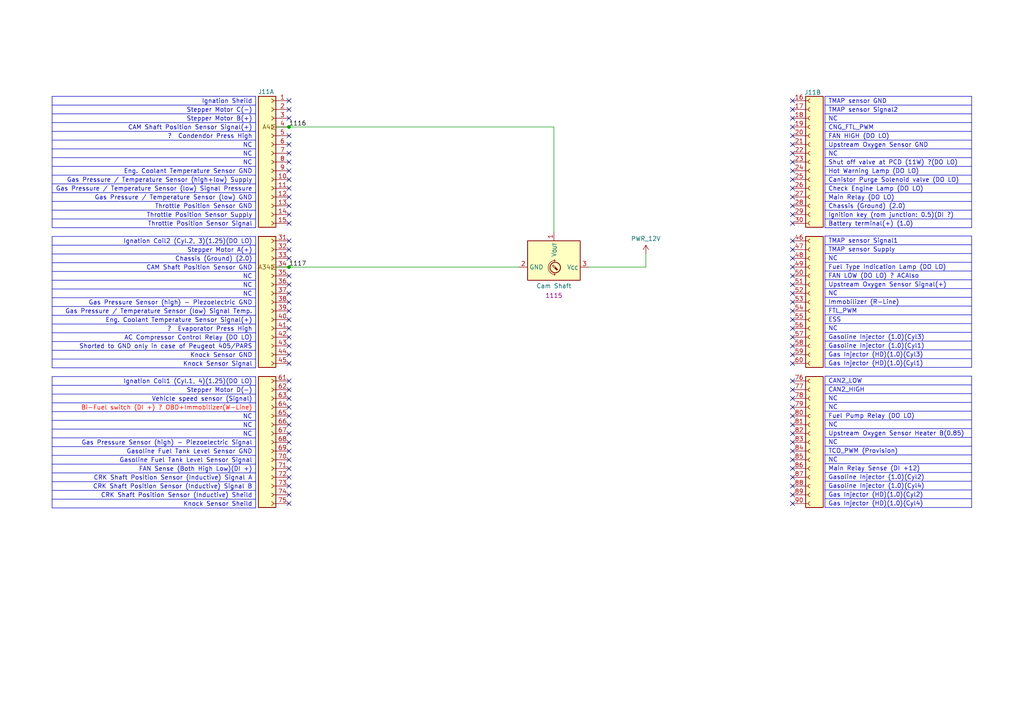
<source format=kicad_sch>
(kicad_sch (version 20250114) (generator "eeschema") (generator_version "9.0")
  (paper "A4")
  (lib_symbols
    (symbol "Sensor_Magnetic:A1301xUA"
      (property "Value" "Cam Shaft" (at -8.001 0.0001 90))
      (property "Unit Tag" "1115" (at -10.795 0 90))
      (symbol "A1301xUA_0_1"
        (rectangle (start -6.35 7.62) (end 5.08 -7.62) (stroke (width 0.254)) (fill (type background)))
        (polyline (pts (xy -4.699 0.381) (xy -4.953 0.127)))
        (polyline (pts (xy -4.699 0.381) (xy -4.445 0.127)))
        (polyline (pts (xy -3.4544 0.8382) (xy -2.8702 0.254) (xy -2.6162 0.508) (xy -3.2004 1.0922) (xy -3.4544 0.8382)) (fill (type outline)))
        (arc (start -0.635 0.381) (mid -2.667 -1.651) (end -4.699 0.381))
        (polyline (pts (xy -0.635 0.381) (xy -0.889 0.127)))
        (polyline (pts (xy -0.635 0.381) (xy -0.381 0.127)))
      )
      (symbol "A1301xUA_1_1"
        (circle (center -2.667 0.381) (radius 1.524) (stroke (width 0.254)))
        (polyline (pts (xy -2.6162 0.508) (xy -1.9304 -0.1778) (xy -2.1844 -0.4318) (xy -2.8702 0.254)))
        (pin power_in line (at -2.54 10.16 270) (length 2.54) (name "V_{CC}") (number "3"))
        (pin power_in line (at -2.54 -10.16 90) (length 2.54) (name "GND") (number "2"))
        (pin output line (at 7.62 0 180) (length 2.54) (name "V_{OUT}") (number "1"))
      )
    )
    (symbol "fab:PWR_12V" (power) (pin_names (offset 0))
      (property "Value" "PWR_12V" (at 0 3.556 0))
      (symbol "PWR_12V_0_1"
        (polyline (pts (xy -0.762 1.27) (xy 0 2.54)))
        (polyline (pts (xy 0 2.54) (xy 0.762 1.27)))
        (polyline (pts (xy 0 0) (xy 0 2.54)))
      )
      (symbol "PWR_12V_1_1"
        (pin power_in line (at 0 0 90) (length 0) (hide yes) (name "PWR_12V") (number "1"))
      )
    )
    (symbol "sicma_socket:Conn_01x90_3Row_Socket" (pin_names (offset 1.016) (hide yes))
      (property "Reference" "J" (at 1.524 60.833 0))
      (property "Value" "Conn_01x90_3Row_Socket" (at 1.397 -61.214 0))
      (symbol "Conn_01x90_3Row_Socket_1_1"
        (rectangle (start -0.508 59.69) (end 4.572 21.717) (stroke (width 0.254)) (fill (type background)))
        (polyline (pts (xy -0.508 58.42) (xy 0.254 58.42)) (stroke (width 0.1524)))
        (polyline (pts (xy -0.508 55.88) (xy 0.254 55.88)) (stroke (width 0.1524)))
        (polyline (pts (xy -0.508 53.34) (xy 0.254 53.34)) (stroke (width 0.1524)))
        (polyline (pts (xy -0.508 50.8) (xy 0.254 50.8)) (stroke (width 0.1524)))
        (polyline (pts (xy -0.508 48.26) (xy 0.254 48.26)) (stroke (width 0.1524)))
        (polyline (pts (xy -0.508 45.72) (xy 0.254 45.72)) (stroke (width 0.1524)))
        (polyline (pts (xy -0.508 43.18) (xy 0.254 43.18)) (stroke (width 0.1524)))
        (polyline (pts (xy -0.508 40.64) (xy 0.254 40.64)) (stroke (width 0.1524)))
        (polyline (pts (xy -0.508 38.1) (xy 0.254 38.1)) (stroke (width 0.1524)))
        (polyline (pts (xy -0.508 35.56) (xy 0.254 35.56)) (stroke (width 0.1524)))
        (polyline (pts (xy -0.508 33.02) (xy 0.254 33.02)) (stroke (width 0.1524)))
        (polyline (pts (xy -0.508 30.48) (xy 0.254 30.48)) (stroke (width 0.1524)))
        (polyline (pts (xy -0.508 27.94) (xy 0.254 27.94)) (stroke (width 0.1524)))
        (polyline (pts (xy -0.508 25.4) (xy 0.254 25.4)) (stroke (width 0.1524)))
        (polyline (pts (xy -0.508 22.86) (xy 0.254 22.86)) (stroke (width 0.1524)))
        (rectangle (start -0.508 19.05) (end 4.572 -18.923) (stroke (width 0.254)) (fill (type background)))
        (polyline (pts (xy -0.508 17.78) (xy 0.254 17.78)) (stroke (width 0.1524)))
        (polyline (pts (xy -0.508 15.24) (xy 0.254 15.24)) (stroke (width 0.1524)))
        (polyline (pts (xy -0.508 12.7) (xy 0.254 12.7)) (stroke (width 0.1524)))
        (polyline (pts (xy -0.508 10.16) (xy 0.254 10.16)) (stroke (width 0.1524)))
        (polyline (pts (xy -0.508 7.62) (xy 0.254 7.62)) (stroke (width 0.1524)))
        (polyline (pts (xy -0.508 5.08) (xy 0.254 5.08)) (stroke (width 0.1524)))
        (polyline (pts (xy -0.508 2.54) (xy 0.254 2.54)) (stroke (width 0.1524)))
        (polyline (pts (xy -0.508 0) (xy 0.254 0)) (stroke (width 0.1524)))
        (polyline (pts (xy -0.508 -2.54) (xy 0.254 -2.54)) (stroke (width 0.1524)))
        (polyline (pts (xy -0.508 -5.08) (xy 0.254 -5.08)) (stroke (width 0.1524)))
        (polyline (pts (xy -0.508 -7.62) (xy 0.254 -7.62)) (stroke (width 0.1524)))
        (polyline (pts (xy -0.508 -10.16) (xy 0.254 -10.16)) (stroke (width 0.1524)))
        (polyline (pts (xy -0.508 -12.7) (xy 0.254 -12.7)) (stroke (width 0.1524)))
        (polyline (pts (xy -0.508 -15.24) (xy 0.254 -15.24)) (stroke (width 0.1524)))
        (polyline (pts (xy -0.508 -17.78) (xy 0.254 -17.78)) (stroke (width 0.1524)))
        (rectangle (start -0.508 -21.59) (end 4.572 -59.563) (stroke (width 0.254)) (fill (type background)))
        (polyline (pts (xy -0.508 -22.86) (xy 0.254 -22.86)) (stroke (width 0.1524)))
        (polyline (pts (xy -0.508 -25.4) (xy 0.254 -25.4)) (stroke (width 0.1524)))
        (polyline (pts (xy -0.508 -27.94) (xy 0.254 -27.94)) (stroke (width 0.1524)))
        (polyline (pts (xy -0.508 -30.48) (xy 0.254 -30.48)) (stroke (width 0.1524)))
        (polyline (pts (xy -0.508 -33.02) (xy 0.254 -33.02)) (stroke (width 0.1524)))
        (polyline (pts (xy -0.508 -35.56) (xy 0.254 -35.56)) (stroke (width 0.1524)))
        (polyline (pts (xy -0.508 -38.1) (xy 0.254 -38.1)) (stroke (width 0.1524)))
        (polyline (pts (xy -0.508 -40.64) (xy 0.254 -40.64)) (stroke (width 0.1524)))
        (polyline (pts (xy -0.508 -43.18) (xy 0.254 -43.18)) (stroke (width 0.1524)))
        (polyline (pts (xy -0.508 -45.72) (xy 0.254 -45.72)) (stroke (width 0.1524)))
        (polyline (pts (xy -0.508 -48.26) (xy 0.254 -48.26)) (stroke (width 0.1524)))
        (polyline (pts (xy -0.508 -50.8) (xy 0.254 -50.8)) (stroke (width 0.1524)))
        (polyline (pts (xy -0.508 -53.34) (xy 0.254 -53.34)) (stroke (width 0.1524)))
        (polyline (pts (xy -0.508 -55.88) (xy 0.254 -55.88)) (stroke (width 0.1524)))
        (polyline (pts (xy -0.508 -58.42) (xy 0.254 -58.42)) (stroke (width 0.1524)))
        (arc (start 0.762 57.912) (mid 0.2562 58.42) (end 0.762 58.928) (stroke (width 0.1524)))
        (arc (start 0.762 55.372) (mid 0.2562 55.88) (end 0.762 56.388) (stroke (width 0.1524)))
        (arc (start 0.762 52.832) (mid 0.2562 53.34) (end 0.762 53.848) (stroke (width 0.1524)))
        (arc (start 0.762 50.292) (mid 0.2562 50.8) (end 0.762 51.308) (stroke (width 0.1524)))
        (arc (start 0.762 47.752) (mid 0.2562 48.26) (end 0.762 48.768) (stroke (width 0.1524)))
        (arc (start 0.762 45.212) (mid 0.2562 45.72) (end 0.762 46.228) (stroke (width 0.1524)))
        (arc (start 0.762 42.672) (mid 0.2562 43.18) (end 0.762 43.688) (stroke (width 0.1524)))
        (arc (start 0.762 40.132) (mid 0.2562 40.64) (end 0.762 41.148) (stroke (width 0.1524)))
        (arc (start 0.762 37.592) (mid 0.2562 38.1) (end 0.762 38.608) (stroke (width 0.1524)))
        (arc (start 0.762 35.052) (mid 0.2562 35.56) (end 0.762 36.068) (stroke (width 0.1524)))
        (arc (start 0.762 32.512) (mid 0.2562 33.02) (end 0.762 33.528) (stroke (width 0.1524)))
        (arc (start 0.762 29.972) (mid 0.2562 30.48) (end 0.762 30.988) (stroke (width 0.1524)))
        (arc (start 0.762 27.432) (mid 0.2562 27.94) (end 0.762 28.448) (stroke (width 0.1524)))
        (arc (start 0.762 24.892) (mid 0.2562 25.4) (end 0.762 25.908) (stroke (width 0.1524)))
        (arc (start 0.762 22.352) (mid 0.2562 22.86) (end 0.762 23.368) (stroke (width 0.1524)))
        (arc (start 0.762 17.272) (mid 0.2562 17.78) (end 0.762 18.288) (stroke (width 0.1524)))
        (arc (start 0.762 14.732) (mid 0.2562 15.24) (end 0.762 15.748) (stroke (width 0.1524)))
        (arc (start 0.762 12.192) (mid 0.2562 12.7) (end 0.762 13.208) (stroke (width 0.1524)))
        (arc (start 0.762 9.652) (mid 0.2562 10.16) (end 0.762 10.668) (stroke (width 0.1524)))
        (arc (start 0.762 7.112) (mid 0.2562 7.62) (end 0.762 8.128) (stroke (width 0.1524)))
        (arc (start 0.762 4.572) (mid 0.2562 5.08) (end 0.762 5.588) (stroke (width 0.1524)))
        (arc (start 0.762 2.032) (mid 0.2562 2.54) (end 0.762 3.048) (stroke (width 0.1524)))
        (arc (start 0.762 -0.508) (mid 0.2562 0) (end 0.762 0.508) (stroke (width 0.1524)))
        (arc (start 0.762 -3.048) (mid 0.2562 -2.54) (end 0.762 -2.032) (stroke (width 0.1524)))
        (arc (start 0.762 -5.588) (mid 0.2562 -5.08) (end 0.762 -4.572) (stroke (width 0.1524)))
        (arc (start 0.762 -8.128) (mid 0.2562 -7.62) (end 0.762 -7.112) (stroke (width 0.1524)))
        (arc (start 0.762 -10.668) (mid 0.2562 -10.16) (end 0.762 -9.652) (stroke (width 0.1524)))
        (arc (start 0.762 -13.208) (mid 0.2562 -12.7) (end 0.762 -12.192) (stroke (width 0.1524)))
        (arc (start 0.762 -15.748) (mid 0.2562 -15.24) (end 0.762 -14.732) (stroke (width 0.1524)))
        (arc (start 0.762 -18.288) (mid 0.2562 -17.78) (end 0.762 -17.272) (stroke (width 0.1524)))
        (arc (start 0.762 -23.368) (mid 0.2562 -22.86) (end 0.762 -22.352) (stroke (width 0.1524)))
        (arc (start 0.762 -25.908) (mid 0.2562 -25.4) (end 0.762 -24.892) (stroke (width 0.1524)))
        (arc (start 0.762 -28.448) (mid 0.2562 -27.94) (end 0.762 -27.432) (stroke (width 0.1524)))
        (arc (start 0.762 -30.988) (mid 0.2562 -30.48) (end 0.762 -29.972) (stroke (width 0.1524)))
        (arc (start 0.762 -33.528) (mid 0.2562 -33.02) (end 0.762 -32.512) (stroke (width 0.1524)))
        (arc (start 0.762 -36.068) (mid 0.2562 -35.56) (end 0.762 -35.052) (stroke (width 0.1524)))
        (arc (start 0.762 -38.608) (mid 0.2562 -38.1) (end 0.762 -37.592) (stroke (width 0.1524)))
        (arc (start 0.762 -41.148) (mid 0.2562 -40.64) (end 0.762 -40.132) (stroke (width 0.1524)))
        (arc (start 0.762 -43.688) (mid 0.2562 -43.18) (end 0.762 -42.672) (stroke (width 0.1524)))
        (arc (start 0.762 -46.228) (mid 0.2562 -45.72) (end 0.762 -45.212) (stroke (width 0.1524)))
        (arc (start 0.762 -48.768) (mid 0.2562 -48.26) (end 0.762 -47.752) (stroke (width 0.1524)))
        (arc (start 0.762 -51.308) (mid 0.2562 -50.8) (end 0.762 -50.292) (stroke (width 0.1524)))
        (arc (start 0.762 -53.848) (mid 0.2562 -53.34) (end 0.762 -52.832) (stroke (width 0.1524)))
        (arc (start 0.762 -56.388) (mid 0.2562 -55.88) (end 0.762 -55.372) (stroke (width 0.1524)))
        (arc (start 0.762 -58.928) (mid 0.2562 -58.42) (end 0.762 -57.912) (stroke (width 0.1524)))
        (pin passive line (at -4.318 58.42 0) (length 3.81) (name "A1") (number "1"))
        (pin passive line (at -4.318 55.88 0) (length 3.81) (name "A2") (number "2"))
        (pin passive line (at -4.318 53.34 0) (length 3.81) (name "A3") (number "3"))
        (pin passive line (at -4.318 50.8 0) (length 3.81) (name "A4") (number "4"))
        (pin passive line (at -4.318 48.26 0) (length 3.81) (name "A5") (number "5"))
        (pin passive line (at -4.318 45.72 0) (length 3.81) (name "A6") (number "6"))
        (pin passive line (at -4.318 43.18 0) (length 3.81) (name "A7") (number "7"))
        (pin passive line (at -4.318 40.64 0) (length 3.81) (name "A8") (number "8"))
        (pin passive line (at -4.318 38.1 0) (length 3.81) (name "A9") (number "9"))
        (pin passive line (at -4.318 35.56 0) (length 3.81) (name "A10") (number "10"))
        (pin passive line (at -4.318 33.02 0) (length 3.81) (name "A11") (number "11"))
        (pin passive line (at -4.318 30.48 0) (length 3.81) (name "A12") (number "12"))
        (pin passive line (at -4.318 27.94 0) (length 3.81) (name "A13") (number "13"))
        (pin passive line (at -4.318 25.4 0) (length 3.81) (name "A14") (number "14"))
        (pin passive line (at -4.318 22.86 0) (length 3.81) (name "A15") (number "15"))
        (pin passive line (at -4.318 17.78 0) (length 3.81) (name "A31") (number "31"))
        (pin passive line (at -4.318 15.24 0) (length 3.81) (name "A32") (number "32"))
        (pin passive line (at -4.318 12.7 0) (length 3.81) (name "A33") (number "33"))
        (pin passive line (at -4.318 10.16 0) (length 3.81) (name "A34") (number "34"))
        (pin passive line (at -4.318 7.62 0) (length 3.81) (name "A35") (number "35"))
        (pin passive line (at -4.318 5.08 0) (length 3.81) (name "A36") (number "36"))
        (pin passive line (at -4.318 2.54 0) (length 3.81) (name "A37") (number "37"))
        (pin passive line (at -4.318 0 0) (length 3.81) (name "A38") (number "38"))
        (pin passive line (at -4.318 -2.54 0) (length 3.81) (name "A39") (number "39"))
        (pin passive line (at -4.318 -5.08 0) (length 3.81) (name "A40") (number "40"))
        (pin passive line (at -4.318 -7.62 0) (length 3.81) (name "A41") (number "41"))
        (pin passive line (at -4.318 -10.16 0) (length 3.81) (name "A42") (number "42"))
        (pin passive line (at -4.318 -12.7 0) (length 3.81) (name "A43") (number "43"))
        (pin passive line (at -4.318 -15.24 0) (length 3.81) (name "A44") (number "44"))
        (pin passive line (at -4.318 -17.78 0) (length 3.81) (name "A45") (number "45"))
        (pin passive line (at -4.318 -22.86 0) (length 3.81) (name "A61") (number "61"))
        (pin passive line (at -4.318 -25.4 0) (length 3.81) (name "A62") (number "62"))
        (pin passive line (at -4.318 -27.94 0) (length 3.81) (name "A63") (number "63"))
        (pin passive line (at -4.318 -30.48 0) (length 3.81) (name "A64") (number "64"))
        (pin passive line (at -4.318 -33.02 0) (length 3.81) (name "A65") (number "65"))
        (pin passive line (at -4.318 -35.56 0) (length 3.81) (name "A66") (number "66"))
        (pin passive line (at -4.318 -38.1 0) (length 3.81) (name "A67") (number "67"))
        (pin passive line (at -4.318 -40.64 0) (length 3.81) (name "A68") (number "68"))
        (pin passive line (at -4.318 -43.18 0) (length 3.81) (name "A69") (number "69"))
        (pin passive line (at -4.318 -45.72 0) (length 3.81) (name "A70") (number "70"))
        (pin passive line (at -4.318 -48.26 0) (length 3.81) (name "A71") (number "71"))
        (pin passive line (at -4.318 -50.8 0) (length 3.81) (name "A72") (number "72"))
        (pin passive line (at -4.318 -53.34 0) (length 3.81) (name "A73") (number "73"))
        (pin passive line (at -4.318 -55.88 0) (length 3.81) (name "A74") (number "74"))
        (pin passive line (at -4.318 -58.42 0) (length 3.81) (name "A75") (number "75"))
      )
      (symbol "Conn_01x90_3Row_Socket_2_1"
        (rectangle (start -0.508 59.69) (end 4.572 21.717) (stroke (width 0.254)) (fill (type background)))
        (polyline (pts (xy -0.508 58.42) (xy 0.254 58.42)) (stroke (width 0.1524)))
        (polyline (pts (xy -0.508 55.88) (xy 0.254 55.88)) (stroke (width 0.1524)))
        (polyline (pts (xy -0.508 53.34) (xy 0.254 53.34)) (stroke (width 0.1524)))
        (polyline (pts (xy -0.508 50.8) (xy 0.254 50.8)) (stroke (width 0.1524)))
        (polyline (pts (xy -0.508 48.26) (xy 0.254 48.26)) (stroke (width 0.1524)))
        (polyline (pts (xy -0.508 45.72) (xy 0.254 45.72)) (stroke (width 0.1524)))
        (polyline (pts (xy -0.508 43.18) (xy 0.254 43.18)) (stroke (width 0.1524)))
        (polyline (pts (xy -0.508 40.64) (xy 0.254 40.64)) (stroke (width 0.1524)))
        (polyline (pts (xy -0.508 38.1) (xy 0.254 38.1)) (stroke (width 0.1524)))
        (polyline (pts (xy -0.508 35.56) (xy 0.254 35.56)) (stroke (width 0.1524)))
        (polyline (pts (xy -0.508 33.02) (xy 0.254 33.02)) (stroke (width 0.1524)))
        (polyline (pts (xy -0.508 30.48) (xy 0.254 30.48)) (stroke (width 0.1524)))
        (polyline (pts (xy -0.508 27.94) (xy 0.254 27.94)) (stroke (width 0.1524)))
        (polyline (pts (xy -0.508 25.4) (xy 0.254 25.4)) (stroke (width 0.1524)))
        (polyline (pts (xy -0.508 22.86) (xy 0.254 22.86)) (stroke (width 0.1524)))
        (rectangle (start -0.508 19.05) (end 4.572 -18.923) (stroke (width 0.254)) (fill (type background)))
        (polyline (pts (xy -0.508 17.78) (xy 0.254 17.78)) (stroke (width 0.1524)))
        (polyline (pts (xy -0.508 15.24) (xy 0.254 15.24)) (stroke (width 0.1524)))
        (polyline (pts (xy -0.508 12.7) (xy 0.254 12.7)) (stroke (width 0.1524)))
        (polyline (pts (xy -0.508 10.16) (xy 0.254 10.16)) (stroke (width 0.1524)))
        (polyline (pts (xy -0.508 7.62) (xy 0.254 7.62)) (stroke (width 0.1524)))
        (polyline (pts (xy -0.508 5.08) (xy 0.254 5.08)) (stroke (width 0.1524)))
        (polyline (pts (xy -0.508 2.54) (xy 0.254 2.54)) (stroke (width 0.1524)))
        (polyline (pts (xy -0.508 0) (xy 0.254 0)) (stroke (width 0.1524)))
        (polyline (pts (xy -0.508 -2.54) (xy 0.254 -2.54)) (stroke (width 0.1524)))
        (polyline (pts (xy -0.508 -5.08) (xy 0.254 -5.08)) (stroke (width 0.1524)))
        (polyline (pts (xy -0.508 -7.62) (xy 0.254 -7.62)) (stroke (width 0.1524)))
        (polyline (pts (xy -0.508 -10.16) (xy 0.254 -10.16)) (stroke (width 0.1524)))
        (polyline (pts (xy -0.508 -12.7) (xy 0.254 -12.7)) (stroke (width 0.1524)))
        (polyline (pts (xy -0.508 -15.24) (xy 0.254 -15.24)) (stroke (width 0.1524)))
        (polyline (pts (xy -0.508 -17.78) (xy 0.254 -17.78)) (stroke (width 0.1524)))
        (rectangle (start -0.508 -21.59) (end 4.572 -59.563) (stroke (width 0.254)) (fill (type background)))
        (polyline (pts (xy -0.508 -22.86) (xy 0.254 -22.86)) (stroke (width 0.1524)))
        (polyline (pts (xy -0.508 -25.4) (xy 0.254 -25.4)) (stroke (width 0.1524)))
        (polyline (pts (xy -0.508 -27.94) (xy 0.254 -27.94)) (stroke (width 0.1524)))
        (polyline (pts (xy -0.508 -30.48) (xy 0.254 -30.48)) (stroke (width 0.1524)))
        (polyline (pts (xy -0.508 -33.02) (xy 0.254 -33.02)) (stroke (width 0.1524)))
        (polyline (pts (xy -0.508 -35.56) (xy 0.254 -35.56)) (stroke (width 0.1524)))
        (polyline (pts (xy -0.508 -38.1) (xy 0.254 -38.1)) (stroke (width 0.1524)))
        (polyline (pts (xy -0.508 -40.64) (xy 0.254 -40.64)) (stroke (width 0.1524)))
        (polyline (pts (xy -0.508 -43.18) (xy 0.254 -43.18)) (stroke (width 0.1524)))
        (polyline (pts (xy -0.508 -45.72) (xy 0.254 -45.72)) (stroke (width 0.1524)))
        (polyline (pts (xy -0.508 -48.26) (xy 0.254 -48.26)) (stroke (width 0.1524)))
        (polyline (pts (xy -0.508 -50.8) (xy 0.254 -50.8)) (stroke (width 0.1524)))
        (polyline (pts (xy -0.508 -53.34) (xy 0.254 -53.34)) (stroke (width 0.1524)))
        (polyline (pts (xy -0.508 -55.88) (xy 0.254 -55.88)) (stroke (width 0.1524)))
        (polyline (pts (xy -0.508 -58.42) (xy 0.254 -58.42)) (stroke (width 0.1524)))
        (arc (start 0.762 57.912) (mid 0.2562 58.42) (end 0.762 58.928) (stroke (width 0.1524)))
        (arc (start 0.762 55.372) (mid 0.2562 55.88) (end 0.762 56.388) (stroke (width 0.1524)))
        (arc (start 0.762 52.832) (mid 0.2562 53.34) (end 0.762 53.848) (stroke (width 0.1524)))
        (arc (start 0.762 50.292) (mid 0.2562 50.8) (end 0.762 51.308) (stroke (width 0.1524)))
        (arc (start 0.762 47.752) (mid 0.2562 48.26) (end 0.762 48.768) (stroke (width 0.1524)))
        (arc (start 0.762 45.212) (mid 0.2562 45.72) (end 0.762 46.228) (stroke (width 0.1524)))
        (arc (start 0.762 42.672) (mid 0.2562 43.18) (end 0.762 43.688) (stroke (width 0.1524)))
        (arc (start 0.762 40.132) (mid 0.2562 40.64) (end 0.762 41.148) (stroke (width 0.1524)))
        (arc (start 0.762 37.592) (mid 0.2562 38.1) (end 0.762 38.608) (stroke (width 0.1524)))
        (arc (start 0.762 35.052) (mid 0.2562 35.56) (end 0.762 36.068) (stroke (width 0.1524)))
        (arc (start 0.762 32.512) (mid 0.2562 33.02) (end 0.762 33.528) (stroke (width 0.1524)))
        (arc (start 0.762 29.972) (mid 0.2562 30.48) (end 0.762 30.988) (stroke (width 0.1524)))
        (arc (start 0.762 27.432) (mid 0.2562 27.94) (end 0.762 28.448) (stroke (width 0.1524)))
        (arc (start 0.762 24.892) (mid 0.2562 25.4) (end 0.762 25.908) (stroke (width 0.1524)))
        (arc (start 0.762 22.352) (mid 0.2562 22.86) (end 0.762 23.368) (stroke (width 0.1524)))
        (arc (start 0.762 17.272) (mid 0.2562 17.78) (end 0.762 18.288) (stroke (width 0.1524)))
        (arc (start 0.762 14.732) (mid 0.2562 15.24) (end 0.762 15.748) (stroke (width 0.1524)))
        (arc (start 0.762 12.192) (mid 0.2562 12.7) (end 0.762 13.208) (stroke (width 0.1524)))
        (arc (start 0.762 9.652) (mid 0.2562 10.16) (end 0.762 10.668) (stroke (width 0.1524)))
        (arc (start 0.762 7.112) (mid 0.2562 7.62) (end 0.762 8.128) (stroke (width 0.1524)))
        (arc (start 0.762 4.572) (mid 0.2562 5.08) (end 0.762 5.588) (stroke (width 0.1524)))
        (arc (start 0.762 2.032) (mid 0.2562 2.54) (end 0.762 3.048) (stroke (width 0.1524)))
        (arc (start 0.762 -0.508) (mid 0.2562 0) (end 0.762 0.508) (stroke (width 0.1524)))
        (arc (start 0.762 -3.048) (mid 0.2562 -2.54) (end 0.762 -2.032) (stroke (width 0.1524)))
        (arc (start 0.762 -5.588) (mid 0.2562 -5.08) (end 0.762 -4.572) (stroke (width 0.1524)))
        (arc (start 0.762 -8.128) (mid 0.2562 -7.62) (end 0.762 -7.112) (stroke (width 0.1524)))
        (arc (start 0.762 -10.668) (mid 0.2562 -10.16) (end 0.762 -9.652) (stroke (width 0.1524)))
        (arc (start 0.762 -13.208) (mid 0.2562 -12.7) (end 0.762 -12.192) (stroke (width 0.1524)))
        (arc (start 0.762 -15.748) (mid 0.2562 -15.24) (end 0.762 -14.732) (stroke (width 0.1524)))
        (arc (start 0.762 -18.288) (mid 0.2562 -17.78) (end 0.762 -17.272) (stroke (width 0.1524)))
        (arc (start 0.762 -23.368) (mid 0.2562 -22.86) (end 0.762 -22.352) (stroke (width 0.1524)))
        (arc (start 0.762 -25.908) (mid 0.2562 -25.4) (end 0.762 -24.892) (stroke (width 0.1524)))
        (arc (start 0.762 -28.448) (mid 0.2562 -27.94) (end 0.762 -27.432) (stroke (width 0.1524)))
        (arc (start 0.762 -30.988) (mid 0.2562 -30.48) (end 0.762 -29.972) (stroke (width 0.1524)))
        (arc (start 0.762 -33.528) (mid 0.2562 -33.02) (end 0.762 -32.512) (stroke (width 0.1524)))
        (arc (start 0.762 -36.068) (mid 0.2562 -35.56) (end 0.762 -35.052) (stroke (width 0.1524)))
        (arc (start 0.762 -38.608) (mid 0.2562 -38.1) (end 0.762 -37.592) (stroke (width 0.1524)))
        (arc (start 0.762 -41.148) (mid 0.2562 -40.64) (end 0.762 -40.132) (stroke (width 0.1524)))
        (arc (start 0.762 -43.688) (mid 0.2562 -43.18) (end 0.762 -42.672) (stroke (width 0.1524)))
        (arc (start 0.762 -46.228) (mid 0.2562 -45.72) (end 0.762 -45.212) (stroke (width 0.1524)))
        (arc (start 0.762 -48.768) (mid 0.2562 -48.26) (end 0.762 -47.752) (stroke (width 0.1524)))
        (arc (start 0.762 -51.308) (mid 0.2562 -50.8) (end 0.762 -50.292) (stroke (width 0.1524)))
        (arc (start 0.762 -53.848) (mid 0.2562 -53.34) (end 0.762 -52.832) (stroke (width 0.1524)))
        (arc (start 0.762 -56.388) (mid 0.2562 -55.88) (end 0.762 -55.372) (stroke (width 0.1524)))
        (arc (start 0.762 -58.928) (mid 0.2562 -58.42) (end 0.762 -57.912) (stroke (width 0.1524)))
        (pin passive line (at -4.318 58.42 0) (length 3.81) (name "B16") (number "16"))
        (pin passive line (at -4.318 55.88 0) (length 3.81) (name "B17") (number "17"))
        (pin passive line (at -4.318 53.34 0) (length 3.81) (name "B18") (number "18"))
        (pin passive line (at -4.318 50.8 0) (length 3.81) (name "B19") (number "19"))
        (pin passive line (at -4.318 48.26 0) (length 3.81) (name "B20") (number "20"))
        (pin passive line (at -4.318 45.72 0) (length 3.81) (name "B21") (number "21"))
        (pin passive line (at -4.318 43.18 0) (length 3.81) (name "B22") (number "22"))
        (pin passive line (at -4.318 40.64 0) (length 3.81) (name "B23") (number "23"))
        (pin passive line (at -4.318 38.1 0) (length 3.81) (name "B24") (number "24"))
        (pin passive line (at -4.318 35.56 0) (length 3.81) (name "B25") (number "25"))
        (pin passive line (at -4.318 33.02 0) (length 3.81) (name "B26") (number "26"))
        (pin passive line (at -4.318 30.48 0) (length 3.81) (name "B27") (number "27"))
        (pin passive line (at -4.318 27.94 0) (length 3.81) (name "B28") (number "28"))
        (pin passive line (at -4.318 25.4 0) (length 3.81) (name "B29") (number "29"))
        (pin passive line (at -4.318 22.86 0) (length 3.81) (name "B30") (number "30"))
        (pin passive line (at -4.318 17.78 0) (length 3.81) (name "B46") (number "46"))
        (pin passive line (at -4.318 15.24 0) (length 3.81) (name "B47") (number "47"))
        (pin passive line (at -4.318 12.7 0) (length 3.81) (name "B48") (number "48"))
        (pin passive line (at -4.318 10.16 0) (length 3.81) (name "B49") (number "49"))
        (pin passive line (at -4.318 7.62 0) (length 3.81) (name "B50") (number "50"))
        (pin passive line (at -4.318 5.08 0) (length 3.81) (name "B51") (number "51"))
        (pin passive line (at -4.318 2.54 0) (length 3.81) (name "B52") (number "52"))
        (pin passive line (at -4.318 0 0) (length 3.81) (name "B53") (number "53"))
        (pin passive line (at -4.318 -2.54 0) (length 3.81) (name "B54") (number "54"))
        (pin passive line (at -4.318 -5.08 0) (length 3.81) (name "B55") (number "55"))
        (pin passive line (at -4.318 -7.62 0) (length 3.81) (name "B56") (number "56"))
        (pin passive line (at -4.318 -10.16 0) (length 3.81) (name "B57") (number "57"))
        (pin passive line (at -4.318 -12.7 0) (length 3.81) (name "B58") (number "58"))
        (pin passive line (at -4.318 -15.24 0) (length 3.81) (name "B59") (number "59"))
        (pin passive line (at -4.318 -17.78 0) (length 3.81) (name "B60") (number "60"))
        (pin passive line (at -4.318 -22.86 0) (length 3.81) (name "B76") (number "76"))
        (pin passive line (at -4.318 -25.4 0) (length 3.81) (name "B77") (number "77"))
        (pin passive line (at -4.318 -27.94 0) (length 3.81) (name "B78") (number "78"))
        (pin passive line (at -4.318 -30.48 0) (length 3.81) (name "B79") (number "79"))
        (pin passive line (at -4.318 -33.02 0) (length 3.81) (name "B80") (number "80"))
        (pin passive line (at -4.318 -35.56 0) (length 3.81) (name "B81") (number "81"))
        (pin passive line (at -4.318 -38.1 0) (length 3.81) (name "B82") (number "82"))
        (pin passive line (at -4.318 -40.64 0) (length 3.81) (name "B83") (number "83"))
        (pin passive line (at -4.318 -43.18 0) (length 3.81) (name "B84") (number "84"))
        (pin passive line (at -4.318 -45.72 0) (length 3.81) (name "B85") (number "85"))
        (pin passive line (at -4.318 -48.26 0) (length 3.81) (name "B86") (number "86"))
        (pin passive line (at -4.318 -50.8 0) (length 3.81) (name "B87") (number "87"))
        (pin passive line (at -4.318 -53.34 0) (length 3.81) (name "B88") (number "88"))
        (pin passive line (at -4.318 -55.88 0) (length 3.81) (name "B89") (number "89"))
        (pin passive line (at -4.318 -58.42 0) (length 3.81) (name "B90") (number "90"))
      )
    )
  )
  (junction (at 83.82 36.83))
  (junction (at 83.82 77.47))
  (no_connect (at 83.82 130.81))
  (no_connect (at 229.87 29.21))
  (no_connect (at 229.87 82.55))
  (no_connect (at 83.82 138.43))
  (no_connect (at 83.82 62.23))
  (no_connect (at 229.87 92.71))
  (no_connect (at 229.87 57.15))
  (no_connect (at 229.87 118.11))
  (no_connect (at 229.87 105.41))
  (no_connect (at 229.87 138.43))
  (no_connect (at 229.87 128.27))
  (no_connect (at 229.87 31.75))
  (no_connect (at 229.87 135.89))
  (no_connect (at 83.82 74.93))
  (no_connect (at 229.87 64.77))
  (no_connect (at 83.82 90.17))
  (no_connect (at 229.87 36.83))
  (no_connect (at 83.82 95.25))
  (no_connect (at 83.82 125.73))
  (no_connect (at 83.82 34.29))
  (no_connect (at 83.82 97.79))
  (no_connect (at 229.87 90.17))
  (no_connect (at 229.87 85.09))
  (no_connect (at 229.87 34.29))
  (no_connect (at 229.87 80.01))
  (no_connect (at 83.82 87.63))
  (no_connect (at 229.87 120.65))
  (no_connect (at 83.82 31.75))
  (no_connect (at 83.82 52.07))
  (no_connect (at 83.82 92.71))
  (no_connect (at 83.82 44.45))
  (no_connect (at 229.87 113.03))
  (no_connect (at 229.87 62.23))
  (no_connect (at 229.87 39.37))
  (no_connect (at 83.82 39.37))
  (no_connect (at 83.82 118.11))
  (no_connect (at 83.82 115.57))
  (no_connect (at 229.87 146.05))
  (no_connect (at 229.87 143.51))
  (no_connect (at 83.82 100.33))
  (no_connect (at 83.82 29.21))
  (no_connect (at 83.82 105.41))
  (no_connect (at 83.82 123.19))
  (no_connect (at 83.82 120.65))
  (no_connect (at 83.82 140.97))
  (no_connect (at 83.82 54.61))
  (no_connect (at 83.82 85.09))
  (no_connect (at 229.87 41.91))
  (no_connect (at 229.87 102.87))
  (no_connect (at 83.82 69.85))
  (no_connect (at 229.87 74.93))
  (no_connect (at 229.87 130.81))
  (no_connect (at 229.87 140.97))
  (no_connect (at 229.87 97.79))
  (no_connect (at 229.87 87.63))
  (no_connect (at 229.87 49.53))
  (no_connect (at 229.87 95.25))
  (no_connect (at 83.82 82.55))
  (no_connect (at 83.82 143.51))
  (no_connect (at 229.87 54.61))
  (no_connect (at 83.82 64.77))
  (no_connect (at 229.87 44.45))
  (no_connect (at 229.87 69.85))
  (no_connect (at 83.82 135.89))
  (no_connect (at 229.87 46.99))
  (no_connect (at 83.82 46.99))
  (no_connect (at 83.82 110.49))
  (no_connect (at 83.82 59.69))
  (no_connect (at 229.87 125.73))
  (no_connect (at 229.87 133.35))
  (no_connect (at 83.82 128.27))
  (no_connect (at 229.87 123.19))
  (no_connect (at 83.82 72.39))
  (no_connect (at 229.87 52.07))
  (no_connect (at 229.87 115.57))
  (no_connect (at 83.82 57.15))
  (no_connect (at 229.87 77.47))
  (no_connect (at 83.82 102.87))
  (no_connect (at 83.82 133.35))
  (no_connect (at 229.87 110.49))
  (no_connect (at 83.82 41.91))
  (no_connect (at 229.87 100.33))
  (no_connect (at 83.82 146.05))
  (no_connect (at 83.82 113.03))
  (no_connect (at 229.87 59.69))
  (no_connect (at 83.82 80.01))
  (no_connect (at 83.82 49.53))
  (no_connect (at 229.87 72.39))
  (wire (pts (xy 150.495 77.47) (xy 83.82 77.47)))
  (wire (pts (xy 80.01 36.83) (xy 83.82 36.83)))
  (wire (pts (xy 170.815 77.47) (xy 187.325 77.47)))
  (wire (pts (xy 83.82 77.47) (xy 80.01 77.47)))
  (wire (pts (xy 187.325 73.66) (xy 187.325 77.47)))
  (wire (pts (xy 160.655 67.31) (xy 160.655 36.83)))
  (wire (pts (xy 83.82 36.83) (xy 160.655 36.83)))
  (table (column_count 1) (border (external yes) (header yes)) (separators (rows yes) (cols yes)) (column_widths 42.545) (row_heights 2.54 2.54 2.54 2.54 2.54 2.54 2.54 2.54 2.54 2.54 2.54 2.54 2.54 2.54 2.54) (cells (table_cell "CAN2_LOW" (at 239.268 109.093 0) (size 42.545 2.54) (margins 0.9525 0.9525 0.9525 0.9525) (span 1 1)) (table_cell "CAN2_HIGH" (at 239.268 111.633 0) (size 42.545 2.54) (margins 0.9525 0.9525 0.9525 0.9525) (span 1 1)) (table_cell "NC" (at 239.268 114.173 0) (size 42.545 2.54) (margins 0.9525 0.9525 0.9525 0.9525) (span 1 1)) (table_cell "NC" (at 239.268 116.713 0) (size 42.545 2.54) (margins 0.9525 0.9525 0.9525 0.9525) (span 1 1)) (table_cell "Fuel Pump Relay (DO LO)" (at 239.268 119.253 0) (size 42.545 2.54) (margins 0.9525 0.9525 0.9525 0.9525) (span 1 1)) (table_cell "NC" (at 239.268 121.793 0) (size 42.545 2.54) (margins 0.9525 0.9525 0.9525 0.9525) (span 1 1)) (table_cell "Upstream Oxygen Sensor Heater B(0.85)" (at 239.268 124.333 0) (size 42.545 2.54) (margins 0.9525 0.9525 0.9525 0.9525) (span 1 1)) (table_cell "NC" (at 239.268 126.873 0) (size 42.545 2.54) (margins 0.9525 0.9525 0.9525 0.9525) (span 1 1)) (table_cell "TCO_PWM (Provision)" (at 239.268 129.413 0) (size 42.545 2.54) (margins 0.9525 0.9525 0.9525 0.9525) (span 1 1)) (table_cell "NC" (at 239.268 131.953 0) (size 42.545 2.54) (margins 0.9525 0.9525 0.9525 0.9525) (span 1 1)) (table_cell "Main Relay Sense (DI +12)" (at 239.268 134.493 0) (size 42.545 2.54) (margins 0.9525 0.9525 0.9525 0.9525) (span 1 1)) (table_cell "Gasoline Injector (1.0)(Cyl2)" (at 239.268 137.033 0) (size 42.545 2.54) (margins 0.9525 0.9525 0.9525 0.9525) (span 1 1)) (table_cell "Gasoline Injector (1.0)(Cyl4)" (at 239.268 139.573 0) (size 42.545 2.54) (margins 0.9525 0.9525 0.9525 0.9525) (span 1 1)) (table_cell "Gas Injector (HD)(1.0)(Cyl2)" (at 239.268 142.113 0) (size 42.545 2.54) (margins 0.9525 0.9525 0.9525 0.9525) (span 1 1)) (table_cell "Gas Injector (HD)(1.0)(Cyl4)" (at 239.268 144.653 0) (size 42.545 2.54) (margins 0.9525 0.9525 0.9525 0.9525) (span 1 1))))
  (table (column_count 1) (border (external yes) (header no)) (separators (rows yes) (cols no)) (column_widths 59.055) (row_heights 2.54 2.54 2.54 2.54 2.54 2.54 2.54 2.54 2.54 2.54 2.54 2.54 2.54 2.54 2.54) (cells (table_cell "Ignation Sheild" (at 15.113 27.94 0) (size 59.055 2.54) (margins 0.9525 0.9525 0.9525 0.9525) (span 1 1)) (table_cell "Stepper Motor C(-)" (at 15.113 30.48 0) (size 59.055 2.54) (margins 0.9525 0.9525 0.9525 0.9525) (span 1 1)) (table_cell "Stepper Motor B(+)" (at 15.113 33.02 0) (size 59.055 2.54) (margins 0.9525 0.9525 0.9525 0.9525) (span 1 1)) (table_cell "CAM Shaft Position Sensor Signal(+)" (at 15.113 35.56 0) (size 59.055 2.54) (margins 0.9525 0.9525 0.9525 0.9525) (span 1 1)) (table_cell "?  Condendor Press High" (at 15.113 38.1 0) (size 59.055 2.54) (margins 0.9525 0.9525 0.9525 0.9525) (span 1 1)) (table_cell "NC" (at 15.113 40.64 0) (size 59.055 2.54) (margins 0.9525 0.9525 0.9525 0.9525) (span 1 1)) (table_cell "NC" (at 15.113 43.18 0) (size 59.055 2.54) (margins 0.9525 0.9525 0.9525 0.9525) (span 1 1)) (table_cell "NC" (at 15.113 45.72 0) (size 59.055 2.54) (margins 0.9525 0.9525 0.9525 0.9525) (span 1 1)) (table_cell "Eng. Coolant Temperature Sensor GND" (at 15.113 48.26 0) (size 59.055 2.54) (margins 0.9525 0.9525 0.9525 0.9525) (span 1 1)) (table_cell "Gas Pressure / Temperature Sensor (high+low) Supply" (at 15.113 50.8 0) (size 59.055 2.54) (margins 0.9525 0.9525 0.9525 0.9525) (span 1 1)) (table_cell "Gas Pressure / Temperature Sensor (low) Signal Pressure" (at 15.113 53.34 0) (size 59.055 2.54) (margins 0.9525 0.9525 0.9525 0.9525) (span 1 1)) (table_cell "Gas Pressure / Temperature Sensor (low) GND" (at 15.113 55.88 0) (size 59.055 2.54) (margins 0.9525 0.9525 0.9525 0.9525) (span 1 1)) (table_cell "Throttle Position Sensor GND" (at 15.113 58.42 0) (size 59.055 2.54) (margins 0.9525 0.9525 0.9525 0.9525) (span 1 1)) (table_cell "Throttle Position Sensor Supply" (at 15.113 60.96 0) (size 59.055 2.54) (margins 0.9525 0.9525 0.9525 0.9525) (span 1 1)) (table_cell "Throttle Position Sensor Signal" (at 15.113 63.5 0) (size 59.055 2.54) (margins 0.9525 0.9525 0.9525 0.9525) (span 1 1))))
  (table (column_count 1) (border (external yes) (header yes)) (separators (rows yes) (cols yes)) (column_widths 42.545) (row_heights 2.54 2.54 2.54 2.54 2.54 2.54 2.54 2.54 2.54 2.54 2.54 2.54 2.54 2.54 2.54) (cells (table_cell "TMAP sensor Signal1" (at 239.268 68.453 0) (size 42.545 2.54) (margins 0.9525 0.9525 0.9525 0.9525) (span 1 1)) (table_cell "TMAP sensor Supply" (at 239.268 70.993 0) (size 42.545 2.54) (margins 0.9525 0.9525 0.9525 0.9525) (span 1 1)) (table_cell "NC" (at 239.268 73.533 0) (size 42.545 2.54) (margins 0.9525 0.9525 0.9525 0.9525) (span 1 1)) (table_cell "Fuel Type Indication Lamp (DO LO)" (at 239.268 76.073 0) (size 42.545 2.54) (margins 0.9525 0.9525 0.9525 0.9525) (span 1 1)) (table_cell "FAN LOW (DO LO) ? ACAlso" (at 239.268 78.613 0) (size 42.545 2.54) (margins 0.9525 0.9525 0.9525 0.9525) (span 1 1)) (table_cell "Upstream Oxygen Sensor Signal(+)" (at 239.268 81.153 0) (size 42.545 2.54) (margins 0.9525 0.9525 0.9525 0.9525) (span 1 1)) (table_cell "NC" (at 239.268 83.693 0) (size 42.545 2.54) (margins 0.9525 0.9525 0.9525 0.9525) (span 1 1)) (table_cell "Immobilizer (R-Line)" (at 239.268 86.233 0) (size 42.545 2.54) (margins 0.9525 0.9525 0.9525 0.9525) (span 1 1)) (table_cell "FTL_PWM" (at 239.268 88.773 0) (size 42.545 2.54) (margins 0.9525 0.9525 0.9525 0.9525) (span 1 1)) (table_cell "ESS" (at 239.268 91.313 0) (size 42.545 2.54) (margins 0.9525 0.9525 0.9525 0.9525) (span 1 1)) (table_cell "NC" (at 239.268 93.853 0) (size 42.545 2.54) (margins 0.9525 0.9525 0.9525 0.9525) (span 1 1)) (table_cell "Gasoline Injector (1.0)(Cyl3)" (at 239.268 96.393 0) (size 42.545 2.54) (margins 0.9525 0.9525 0.9525 0.9525) (span 1 1)) (table_cell "Gasoline Injector (1.0)(Cyl1)" (at 239.268 98.933 0) (size 42.545 2.54) (margins 0.9525 0.9525 0.9525 0.9525) (span 1 1)) (table_cell "Gas Injector (HD)(1.0)(Cyl3)" (at 239.268 101.473 0) (size 42.545 2.54) (margins 0.9525 0.9525 0.9525 0.9525) (span 1 1)) (table_cell "Gas Injector (HD)(1.0)(Cyl1)" (at 239.268 104.013 0) (size 42.545 2.54) (margins 0.9525 0.9525 0.9525 0.9525) (span 1 1))))
  (table (column_count 1) (border (external yes) (header yes)) (separators (rows yes) (cols yes)) (column_widths 59.055) (row_heights 2.54 2.54 2.54 2.54 2.54 2.54 2.54 2.54 2.54 2.54 2.54 2.54 2.54 2.54 2.54) (cells (table_cell "Ignation Coil2 (Cyl.2, 3)(1.25)(DO LO)" (at 15.113 68.58 0) (size 59.055 2.54) (margins 0.9525 0.9525 0.9525 0.9525) (span 1 1)) (table_cell "Stepper Motor A(+)" (at 15.113 71.12 0) (size 59.055 2.54) (margins 0.9525 0.9525 0.9525 0.9525) (span 1 1)) (table_cell "Chassis (Ground) (2.0)" (at 15.113 73.66 0) (size 59.055 2.54) (margins 0.9525 0.9525 0.9525 0.9525) (span 1 1)) (table_cell "CAM Shaft Position Sensor GND" (at 15.113 76.2 0) (size 59.055 2.54) (margins 0.9525 0.9525 0.9525 0.9525) (span 1 1)) (table_cell "NC" (at 15.113 78.74 0) (size 59.055 2.54) (margins 0.9525 0.9525 0.9525 0.9525) (span 1 1)) (table_cell "NC" (at 15.113 81.28 0) (size 59.055 2.54) (margins 0.9525 0.9525 0.9525 0.9525) (span 1 1)) (table_cell "NC" (at 15.113 83.82 0) (size 59.055 2.54) (margins 0.9525 0.9525 0.9525 0.9525) (span 1 1)) (table_cell "Gas Pressure Sensor (high) - Piezoelectric GND" (at 15.113 86.36 0) (size 59.055 2.54) (margins 0.9525 0.9525 0.9525 0.9525) (span 1 1)) (table_cell "Gas Pressure / Temperature Sensor (low) Signal Temp." (at 15.113 88.9 0) (size 59.055 2.54) (margins 0.9525 0.9525 0.9525 0.9525) (span 1 1)) (table_cell "Eng. Coolant Temperature Sensor Signal(+)" (at 15.113 91.44 0) (size 59.055 2.54) (margins 0.9525 0.9525 0.9525 0.9525) (span 1 1)) (table_cell "?  Evaporator Press High" (at 15.113 93.98 0) (size 59.055 2.54) (margins 0.9525 0.9525 0.9525 0.9525) (span 1 1)) (table_cell "AC Compressor Control Relay (DO LO)" (at 15.113 96.52 0) (size 59.055 2.54) (margins 0.9525 0.9525 0.9525 0.9525) (span 1 1)) (table_cell "Shorted to GND only in case of Peugeot 405/PARS" (at 15.113 99.06 0) (size 59.055 2.54) (margins 0.9525 0.9525 0.9525 0.9525) (span 1 1)) (table_cell "Knock Sensor GND" (at 15.113 101.6 0) (size 59.055 2.54) (margins 0.9525 0.9525 0.9525 0.9525) (span 1 1)) (table_cell "Knock Sensor Signal" (at 15.113 104.14 0) (size 59.055 2.54) (margins 0.9525 0.9525 0.9525 0.9525) (span 1 1))))
  (table (column_count 1) (border (external yes) (header yes)) (separators (rows yes) (cols yes)) (column_widths 59.055) (row_heights 2.54 2.54 2.54 2.54 2.54 2.54 2.54 2.54 2.54 2.54 2.54 2.54 2.54 2.54 2.54) (cells (table_cell "Ignation Coil1 (Cyl.1, 4)(1.25)(DO LO)" (at 15.113 109.22 0) (size 59.055 2.54) (margins 0.9525 0.9525 0.9525 0.9525) (span 1 1)) (table_cell "Stepper Motor D(-)" (at 15.113 111.76 0) (size 59.055 2.54) (margins 0.9525 0.9525 0.9525 0.9525) (span 1 1)) (table_cell "Vehicle speed sensor (Signal)" (at 15.113 114.3 0) (size 59.055 2.54) (margins 0.9525 0.9525 0.9525 0.9525) (span 1 1)) (table_cell "Bi-Fuel switch (DI +) ? OBD+Immobilizer(W-Line)" (at 15.113 116.84 0) (size 59.055 2.54) (margins 0.9525 0.9525 0.9525 0.9525) (span 1 1)) (table_cell "NC" (at 15.113 119.38 0) (size 59.055 2.54) (margins 0.9525 0.9525 0.9525 0.9525) (span 1 1)) (table_cell "NC" (at 15.113 121.92 0) (size 59.055 2.54) (margins 0.9525 0.9525 0.9525 0.9525) (span 1 1)) (table_cell "NC" (at 15.113 124.46 0) (size 59.055 2.54) (margins 0.9525 0.9525 0.9525 0.9525) (span 1 1)) (table_cell "Gas Pressure Sensor (high) - Piezoelectric Signal" (at 15.113 127 0) (size 59.055 2.54) (margins 0.9525 0.9525 0.9525 0.9525) (span 1 1)) (table_cell "Gasoline Fuel Tank Level Sensor GND" (at 15.113 129.54 0) (size 59.055 2.54) (margins 0.9525 0.9525 0.9525 0.9525) (span 1 1)) (table_cell "Gasoline Fuel Tank Level Sensor Signal" (at 15.113 132.08 0) (size 59.055 2.54) (margins 0.9525 0.9525 0.9525 0.9525) (span 1 1)) (table_cell "FAN Sense (Both High Low)(DI +)" (at 15.113 134.62 0) (size 59.055 2.54) (margins 0.9525 0.9525 0.9525 0.9525) (span 1 1)) (table_cell "CRK Shaft Position Sensor (Inductive) Signal A" (at 15.113 137.16 0) (size 59.055 2.54) (margins 0.9525 0.9525 0.9525 0.9525) (span 1 1)) (table_cell "CRK Shaft Position Sensor (Inductive) Signal B" (at 15.113 139.7 0) (size 59.055 2.54) (margins 0.9525 0.9525 0.9525 0.9525) (span 1 1)) (table_cell "CRK Shaft Position Sensor (Inductive) Sheild" (at 15.113 142.24 0) (size 59.055 2.54) (margins 0.9525 0.9525 0.9525 0.9525) (span 1 1)) (table_cell "Knock Sensor Sheild" (at 15.113 144.78 0) (size 59.055 2.54) (margins 0.9525 0.9525 0.9525 0.9525) (span 1 1))))
  (table (column_count 1) (border (external yes) (header yes)) (separators (rows yes) (cols yes)) (column_widths 42.545) (row_heights 2.54 2.54 2.54 2.54 2.54 2.54 2.54 2.54 2.54 2.54 2.54 2.54 2.54 2.54 2.54) (cells (table_cell "TMAP sensor GND" (at 239.268 27.94 0) (size 42.545 2.54) (margins 0.9525 0.9525 0.9525 0.9525) (span 1 1)) (table_cell "TMAP sensor Signal2" (at 239.268 30.48 0) (size 42.545 2.54) (margins 0.9525 0.9525 0.9525 0.9525) (span 1 1)) (table_cell "NC" (at 239.268 33.02 0) (size 42.545 2.54) (margins 0.9525 0.9525 0.9525 0.9525) (span 1 1)) (table_cell "CNG_FTL_PWM" (at 239.268 35.56 0) (size 42.545 2.54) (margins 0.9525 0.9525 0.9525 0.9525) (span 1 1)) (table_cell "FAN HIGH (DO LO)" (at 239.268 38.1 0) (size 42.545 2.54) (margins 0.9525 0.9525 0.9525 0.9525) (span 1 1)) (table_cell "Upstream Oxygen Sensor GND" (at 239.268 40.64 0) (size 42.545 2.54) (margins 0.9525 0.9525 0.9525 0.9525) (span 1 1)) (table_cell "NC" (at 239.268 43.18 0) (size 42.545 2.54) (margins 0.9525 0.9525 0.9525 0.9525) (span 1 1)) (table_cell "Shut off valve at PCD (11W) ?(DO LO)" (at 239.268 45.72 0) (size 42.545 2.54) (margins 0.9525 0.9525 0.9525 0.9525) (span 1 1)) (table_cell "Hot Warning Lamp (DO LO)" (at 239.268 48.26 0) (size 42.545 2.54) (margins 0.9525 0.9525 0.9525 0.9525) (span 1 1)) (table_cell "Canistor Purge Solenoid valve (DO LO)" (at 239.268 50.8 0) (size 42.545 2.54) (margins 0.9525 0.9525 0.9525 0.9525) (span 1 1)) (table_cell "Check Engine Lamp (DO LO)" (at 239.268 53.34 0) (size 42.545 2.54) (margins 0.9525 0.9525 0.9525 0.9525) (span 1 1)) (table_cell "Main Relay (DO LO)" (at 239.268 55.88 0) (size 42.545 2.54) (margins 0.9525 0.9525 0.9525 0.9525) (span 1 1)) (table_cell "Chassis (Ground) (2.0)" (at 239.268 58.42 0) (size 42.545 2.54) (margins 0.9525 0.9525 0.9525 0.9525) (span 1 1)) (table_cell "Ignition key (rom junction: 0.5)(DI ?)" (at 239.268 60.96 0) (size 42.545 2.54) (margins 0.9525 0.9525 0.9525 0.9525) (span 1 1)) (table_cell "Battery terminal(+) (1.0)" (at 239.268 63.5 0) (size 42.545 2.54) (margins 0.9525 0.9525 0.9525 0.9525) (span 1 1))))
  (label "1116" (at 83.82 36.83 0))
  (label "1117" (at 83.82 77.47 0))
  (hierarchical_label "A4" (shape passive) (at 80.01 36.83 180))
  (hierarchical_label "A34" (shape passive) (at 80.01 77.47 180))
  (symbol (lib_id "sicma_socket:Conn_01x90_3Row_Socket") (at 234.188 87.63 0) (unit 2)
    (property "Reference" "J11" (at 235.712 26.797 0))
    (property "Value" "Conn_01x90_3Row_Socket" (effects (hide yes)))
    (property "Description" "\"Duble connector, triple row, 03x30, unit letter first pin numbering scheme (pin number form 1 to 90\"" (effects (hide yes)))
  )
  (symbol (lib_id "Sensor_Magnetic:A1301xUA") (at 160.655 74.93 270) (mirror x) (unit 1) (in_bom no) (on_board no)
    (property "Reference" "U47" (effects (hide yes)))
    (property "Value" "Cam Shaft" (at 160.6551 82.931 90))
    (property "Footprint" "Package_TO_SOT_THT:TO-92S" (effects (hide yes)))
    (property "Datasheet" "http://www.allegromicro.com/~/media/Files/Datasheets/A1301-2-Datasheet.ashx" (effects (hide yes)))
    (property "Description" "Linear Hall Effect Sensor, 2.5 mV/G, 4.5-6.0V supply, TO-92S (3-pin SIP)" (effects (hide yes)))
    (property "Unit Tag" "1115" (at 160.655 85.725 90))
  )
  (symbol (lib_id "sicma_socket:Conn_01x90_3Row_Socket") (at 79.502 87.63 0) (mirror y) (unit 1)
    (property "Reference" "J11" (at 79.502 26.6064 0) (effects (justify left)))
    (property "Value" "Conn_01x90_3Row_Socket" (effects (hide yes)))
    (property "Description" "\"Duble connector, triple row, 03x30, unit letter first pin numbering scheme (pin number form 1 to 90\"" (effects (hide yes)))
  )
  (symbol (lib_id "fab:PWR_12V") (at 187.325 73.66 0) (unit 1)
    (property "Reference" "#PWR0338" (effects (hide yes)))
    (property "Value" "PWR_12V" (at 187.325 69.215 0))
    (property "Description" "Power symbol creates a global label with name \"+12V\"" (effects (hide yes)))
  )
)
</source>
